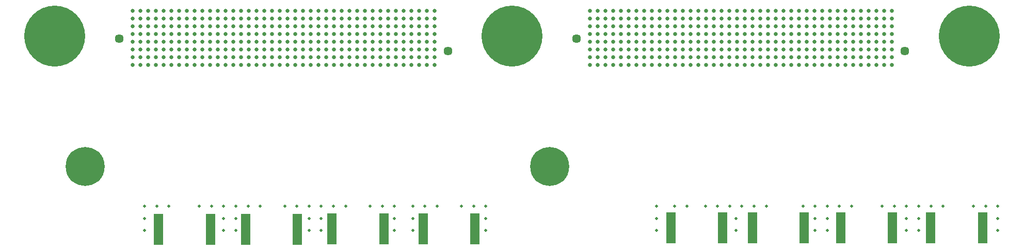
<source format=gbr>
%TF.GenerationSoftware,KiCad,Pcbnew,6.0.7-f9a2dced07~116~ubuntu22.04.1*%
%TF.CreationDate,2022-08-01T15:08:56-07:00*%
%TF.ProjectId,RFSoC_Frontend,5246536f-435f-4467-926f-6e74656e642e,rev?*%
%TF.SameCoordinates,Original*%
%TF.FileFunction,Soldermask,Bot*%
%TF.FilePolarity,Negative*%
%FSLAX46Y46*%
G04 Gerber Fmt 4.6, Leading zero omitted, Abs format (unit mm)*
G04 Created by KiCad (PCBNEW 6.0.7-f9a2dced07~116~ubuntu22.04.1) date 2022-08-01 15:08:56*
%MOMM*%
%LPD*%
G01*
G04 APERTURE LIST*
%ADD10R,1.500000X5.080000*%
%ADD11C,10.000000*%
%ADD12C,6.400000*%
%ADD13C,1.450000*%
%ADD14C,0.640000*%
%ADD15C,0.508000*%
G04 APERTURE END LIST*
D10*
%TO.C,J1*%
X237173684Y-111430052D03*
X228673684Y-111430052D03*
%TD*%
%TO.C,J2*%
X222409184Y-111430052D03*
X213909184Y-111430052D03*
%TD*%
%TO.C,J3*%
X186048784Y-111430052D03*
X194548784Y-111430052D03*
%TD*%
%TO.C,J4*%
X207905784Y-111430052D03*
X199405784Y-111430052D03*
%TD*%
%TO.C,J6*%
X130456984Y-111603552D03*
X138956984Y-111603552D03*
%TD*%
%TO.C,J7*%
X102022484Y-111755952D03*
X110522484Y-111755952D03*
%TD*%
%TO.C,J8*%
X124809184Y-111755952D03*
X116309184Y-111755952D03*
%TD*%
%TO.C,J5*%
X145417584Y-111603552D03*
X153917584Y-111603552D03*
%TD*%
D11*
%TO.C,e1*%
X160000000Y-80000000D03*
%TD*%
D12*
%TO.C,REF\u002A\u002A*%
X90004184Y-101430052D03*
%TD*%
%TO.C,REF\u002A\u002A*%
X166204184Y-101430052D03*
%TD*%
D11*
%TO.C,e*%
X235000000Y-80000000D03*
%TD*%
%TO.C,e2*%
X85000000Y-80000000D03*
%TD*%
D13*
%TO.C,J10*%
X149455026Y-82460052D03*
X95555026Y-80430052D03*
D14*
X147270026Y-84750052D03*
X146000026Y-84750052D03*
X144730026Y-84750052D03*
X143460026Y-84750052D03*
X142190026Y-84750052D03*
X140920026Y-84750052D03*
X139650026Y-84750052D03*
X138380026Y-84750052D03*
X137110026Y-84750052D03*
X135840026Y-84750052D03*
X134570026Y-84750052D03*
X133300026Y-84750052D03*
X132030026Y-84750052D03*
X130760026Y-84750052D03*
X129490026Y-84750052D03*
X128220026Y-84750052D03*
X126950026Y-84750052D03*
X125680026Y-84750052D03*
X124410026Y-84750052D03*
X123140026Y-84750052D03*
X121870026Y-84750052D03*
X120600026Y-84750052D03*
X119330026Y-84750052D03*
X118060026Y-84750052D03*
X116790026Y-84750052D03*
X115520026Y-84750052D03*
X114250026Y-84750052D03*
X112980026Y-84750052D03*
X111710026Y-84750052D03*
X110440026Y-84750052D03*
X109170026Y-84750052D03*
X107900026Y-84750052D03*
X106630026Y-84750052D03*
X105360026Y-84750052D03*
X104090026Y-84750052D03*
X102820026Y-84750052D03*
X101550026Y-84750052D03*
X100280026Y-84750052D03*
X99010026Y-84750052D03*
X97740026Y-84750052D03*
X147270026Y-83480052D03*
X146000026Y-83480052D03*
X144730026Y-83480052D03*
X143460026Y-83480052D03*
X142190026Y-83480052D03*
X140920026Y-83480052D03*
X139650026Y-83480052D03*
X138380026Y-83480052D03*
X137110026Y-83480052D03*
X135840026Y-83480052D03*
X134570026Y-83480052D03*
X133300026Y-83480052D03*
X132030026Y-83480052D03*
X130760026Y-83480052D03*
X129490026Y-83480052D03*
X128220026Y-83480052D03*
X126950026Y-83480052D03*
X125680026Y-83480052D03*
X124410026Y-83480052D03*
X123140026Y-83480052D03*
X121870026Y-83480052D03*
X120600026Y-83480052D03*
X119330026Y-83480052D03*
X118060026Y-83480052D03*
X116790026Y-83480052D03*
X115520026Y-83480052D03*
X114250026Y-83480052D03*
X112980026Y-83480052D03*
X111710026Y-83480052D03*
X110440026Y-83480052D03*
X109170026Y-83480052D03*
X107900026Y-83480052D03*
X106630026Y-83480052D03*
X105360026Y-83480052D03*
X104090026Y-83480052D03*
X102820026Y-83480052D03*
X101550026Y-83480052D03*
X100280026Y-83480052D03*
X99010026Y-83480052D03*
X97740026Y-83480052D03*
X147270026Y-82210052D03*
X146000026Y-82210052D03*
X144730026Y-82210052D03*
X143460026Y-82210052D03*
X142190026Y-82210052D03*
X140920026Y-82210052D03*
X139650026Y-82210052D03*
X138380026Y-82210052D03*
X137110026Y-82210052D03*
X135840026Y-82210052D03*
X134570026Y-82210052D03*
X133300026Y-82210052D03*
X132030026Y-82210052D03*
X130760026Y-82210052D03*
X129490026Y-82210052D03*
X128220026Y-82210052D03*
X126950026Y-82210052D03*
X125680026Y-82210052D03*
X124410026Y-82210052D03*
X123140026Y-82210052D03*
X121870026Y-82210052D03*
X120600026Y-82210052D03*
X119330026Y-82210052D03*
X118060026Y-82210052D03*
X116790026Y-82210052D03*
X115520026Y-82210052D03*
X114250026Y-82210052D03*
X112980026Y-82210052D03*
X111710026Y-82210052D03*
X110440026Y-82210052D03*
X109170026Y-82210052D03*
X107900026Y-82210052D03*
X106630026Y-82210052D03*
X105360026Y-82210052D03*
X104090026Y-82210052D03*
X102820026Y-82210052D03*
X101550026Y-82210052D03*
X100280026Y-82210052D03*
X99010026Y-82210052D03*
X97740026Y-82210052D03*
X147270026Y-80940052D03*
X146000026Y-80940052D03*
X144730026Y-80940052D03*
X143460026Y-80940052D03*
X142190026Y-80940052D03*
X140920026Y-80940052D03*
X139650026Y-80940052D03*
X138380026Y-80940052D03*
X137110026Y-80940052D03*
X135840026Y-80940052D03*
X134570026Y-80940052D03*
X133300026Y-80940052D03*
X132030026Y-80940052D03*
X130760026Y-80940052D03*
X129490026Y-80940052D03*
X128220026Y-80940052D03*
X126950026Y-80940052D03*
X125680026Y-80940052D03*
X124410026Y-80940052D03*
X123140026Y-80940052D03*
X121870026Y-80940052D03*
X120600026Y-80940052D03*
X119330026Y-80940052D03*
X118060026Y-80940052D03*
X116790026Y-80940052D03*
X115520026Y-80940052D03*
X114250026Y-80940052D03*
X112980026Y-80940052D03*
X111710026Y-80940052D03*
X110440026Y-80940052D03*
X109170026Y-80940052D03*
X107900026Y-80940052D03*
X106630026Y-80940052D03*
X105360026Y-80940052D03*
X104090026Y-80940052D03*
X102820026Y-80940052D03*
X101550026Y-80940052D03*
X100280026Y-80940052D03*
X99010026Y-80940052D03*
X97740026Y-80940052D03*
X147270026Y-79670052D03*
X146000026Y-79670052D03*
X144730026Y-79670052D03*
X143460026Y-79670052D03*
X142190026Y-79670052D03*
X140920026Y-79670052D03*
X139650026Y-79670052D03*
X138380026Y-79670052D03*
X137110026Y-79670052D03*
X135840026Y-79670052D03*
X134570026Y-79670052D03*
X133300026Y-79670052D03*
X132030026Y-79670052D03*
X130760026Y-79670052D03*
X129490026Y-79670052D03*
X128220026Y-79670052D03*
X126950026Y-79670052D03*
X125680026Y-79670052D03*
X124410026Y-79670052D03*
X123140026Y-79670052D03*
X121870026Y-79670052D03*
X120600026Y-79670052D03*
X119330026Y-79670052D03*
X118060026Y-79670052D03*
X116790026Y-79670052D03*
X115520026Y-79670052D03*
X114250026Y-79670052D03*
X112980026Y-79670052D03*
X111710026Y-79670052D03*
X110440026Y-79670052D03*
X109170026Y-79670052D03*
X107900026Y-79670052D03*
X106630026Y-79670052D03*
X105360026Y-79670052D03*
X104090026Y-79670052D03*
X102820026Y-79670052D03*
X101550026Y-79670052D03*
X100280026Y-79670052D03*
X99010026Y-79670052D03*
X97740026Y-79670052D03*
X147270026Y-78400052D03*
X146000026Y-78400052D03*
X144730026Y-78400052D03*
X143460026Y-78400052D03*
X142190026Y-78400052D03*
X140920026Y-78400052D03*
X139650026Y-78400052D03*
X138380026Y-78400052D03*
X137110026Y-78400052D03*
X135840026Y-78400052D03*
X134570026Y-78400052D03*
X133300026Y-78400052D03*
X132030026Y-78400052D03*
X130760026Y-78400052D03*
X129490026Y-78400052D03*
X128220026Y-78400052D03*
X126950026Y-78400052D03*
X125680026Y-78400052D03*
X124410026Y-78400052D03*
X123140026Y-78400052D03*
X121870026Y-78400052D03*
X120600026Y-78400052D03*
X119330026Y-78400052D03*
X118060026Y-78400052D03*
X116790026Y-78400052D03*
X115520026Y-78400052D03*
X114250026Y-78400052D03*
X112980026Y-78400052D03*
X111710026Y-78400052D03*
X110440026Y-78400052D03*
X109170026Y-78400052D03*
X107900026Y-78400052D03*
X106630026Y-78400052D03*
X105360026Y-78400052D03*
X104090026Y-78400052D03*
X102820026Y-78400052D03*
X101550026Y-78400052D03*
X100280026Y-78400052D03*
X99010026Y-78400052D03*
X97740026Y-78400052D03*
X147270026Y-77130052D03*
X146000026Y-77130052D03*
X144730026Y-77130052D03*
X143460026Y-77130052D03*
X142190026Y-77130052D03*
X140920026Y-77130052D03*
X139650026Y-77130052D03*
X138380026Y-77130052D03*
X137110026Y-77130052D03*
X135840026Y-77130052D03*
X134570026Y-77130052D03*
X133300026Y-77130052D03*
X132030026Y-77130052D03*
X130760026Y-77130052D03*
X129490026Y-77130052D03*
X128220026Y-77130052D03*
X126950026Y-77130052D03*
X125680026Y-77130052D03*
X124410026Y-77130052D03*
X123140026Y-77130052D03*
X121870026Y-77130052D03*
X120600026Y-77130052D03*
X119330026Y-77130052D03*
X118060026Y-77130052D03*
X116790026Y-77130052D03*
X115520026Y-77130052D03*
X114250026Y-77130052D03*
X112980026Y-77130052D03*
X111710026Y-77130052D03*
X110440026Y-77130052D03*
X109170026Y-77130052D03*
X107900026Y-77130052D03*
X106630026Y-77130052D03*
X105360026Y-77130052D03*
X104090026Y-77130052D03*
X102820026Y-77130052D03*
X101550026Y-77130052D03*
X100280026Y-77130052D03*
X99010026Y-77130052D03*
X97740026Y-77130052D03*
X147270026Y-75860052D03*
X146000026Y-75860052D03*
X144730026Y-75860052D03*
X143460026Y-75860052D03*
X142190026Y-75860052D03*
X140920026Y-75860052D03*
X139650026Y-75860052D03*
X138380026Y-75860052D03*
X137110026Y-75860052D03*
X135840026Y-75860052D03*
X134570026Y-75860052D03*
X133300026Y-75860052D03*
X132030026Y-75860052D03*
X130760026Y-75860052D03*
X129490026Y-75860052D03*
X128220026Y-75860052D03*
X126950026Y-75860052D03*
X125680026Y-75860052D03*
X124410026Y-75860052D03*
X123140026Y-75860052D03*
X121870026Y-75860052D03*
X120600026Y-75860052D03*
X119330026Y-75860052D03*
X118060026Y-75860052D03*
X116790026Y-75860052D03*
X115520026Y-75860052D03*
X114250026Y-75860052D03*
X112980026Y-75860052D03*
X111710026Y-75860052D03*
X110440026Y-75860052D03*
X109170026Y-75860052D03*
X107900026Y-75860052D03*
X106630026Y-75860052D03*
X105360026Y-75860052D03*
X104090026Y-75860052D03*
X102820026Y-75860052D03*
X101550026Y-75860052D03*
X100280026Y-75860052D03*
X99010026Y-75860052D03*
X97740026Y-75860052D03*
%TD*%
D13*
%TO.C,J9*%
X224454678Y-82460052D03*
X170554678Y-80430052D03*
D14*
X222269678Y-84750052D03*
X220999678Y-84750052D03*
X219729678Y-84750052D03*
X218459678Y-84750052D03*
X217189678Y-84750052D03*
X215919678Y-84750052D03*
X214649678Y-84750052D03*
X213379678Y-84750052D03*
X212109678Y-84750052D03*
X210839678Y-84750052D03*
X209569678Y-84750052D03*
X208299678Y-84750052D03*
X207029678Y-84750052D03*
X205759678Y-84750052D03*
X204489678Y-84750052D03*
X203219678Y-84750052D03*
X201949678Y-84750052D03*
X200679678Y-84750052D03*
X199409678Y-84750052D03*
X198139678Y-84750052D03*
X196869678Y-84750052D03*
X195599678Y-84750052D03*
X194329678Y-84750052D03*
X193059678Y-84750052D03*
X191789678Y-84750052D03*
X190519678Y-84750052D03*
X189249678Y-84750052D03*
X187979678Y-84750052D03*
X186709678Y-84750052D03*
X185439678Y-84750052D03*
X184169678Y-84750052D03*
X182899678Y-84750052D03*
X181629678Y-84750052D03*
X180359678Y-84750052D03*
X179089678Y-84750052D03*
X177819678Y-84750052D03*
X176549678Y-84750052D03*
X175279678Y-84750052D03*
X174009678Y-84750052D03*
X172739678Y-84750052D03*
X222269678Y-83480052D03*
X220999678Y-83480052D03*
X219729678Y-83480052D03*
X218459678Y-83480052D03*
X217189678Y-83480052D03*
X215919678Y-83480052D03*
X214649678Y-83480052D03*
X213379678Y-83480052D03*
X212109678Y-83480052D03*
X210839678Y-83480052D03*
X209569678Y-83480052D03*
X208299678Y-83480052D03*
X207029678Y-83480052D03*
X205759678Y-83480052D03*
X204489678Y-83480052D03*
X203219678Y-83480052D03*
X201949678Y-83480052D03*
X200679678Y-83480052D03*
X199409678Y-83480052D03*
X198139678Y-83480052D03*
X196869678Y-83480052D03*
X195599678Y-83480052D03*
X194329678Y-83480052D03*
X193059678Y-83480052D03*
X191789678Y-83480052D03*
X190519678Y-83480052D03*
X189249678Y-83480052D03*
X187979678Y-83480052D03*
X186709678Y-83480052D03*
X185439678Y-83480052D03*
X184169678Y-83480052D03*
X182899678Y-83480052D03*
X181629678Y-83480052D03*
X180359678Y-83480052D03*
X179089678Y-83480052D03*
X177819678Y-83480052D03*
X176549678Y-83480052D03*
X175279678Y-83480052D03*
X174009678Y-83480052D03*
X172739678Y-83480052D03*
X222269678Y-82210052D03*
X220999678Y-82210052D03*
X219729678Y-82210052D03*
X218459678Y-82210052D03*
X217189678Y-82210052D03*
X215919678Y-82210052D03*
X214649678Y-82210052D03*
X213379678Y-82210052D03*
X212109678Y-82210052D03*
X210839678Y-82210052D03*
X209569678Y-82210052D03*
X208299678Y-82210052D03*
X207029678Y-82210052D03*
X205759678Y-82210052D03*
X204489678Y-82210052D03*
X203219678Y-82210052D03*
X201949678Y-82210052D03*
X200679678Y-82210052D03*
X199409678Y-82210052D03*
X198139678Y-82210052D03*
X196869678Y-82210052D03*
X195599678Y-82210052D03*
X194329678Y-82210052D03*
X193059678Y-82210052D03*
X191789678Y-82210052D03*
X190519678Y-82210052D03*
X189249678Y-82210052D03*
X187979678Y-82210052D03*
X186709678Y-82210052D03*
X185439678Y-82210052D03*
X184169678Y-82210052D03*
X182899678Y-82210052D03*
X181629678Y-82210052D03*
X180359678Y-82210052D03*
X179089678Y-82210052D03*
X177819678Y-82210052D03*
X176549678Y-82210052D03*
X175279678Y-82210052D03*
X174009678Y-82210052D03*
X172739678Y-82210052D03*
X222269678Y-80940052D03*
X220999678Y-80940052D03*
X219729678Y-80940052D03*
X218459678Y-80940052D03*
X217189678Y-80940052D03*
X215919678Y-80940052D03*
X214649678Y-80940052D03*
X213379678Y-80940052D03*
X212109678Y-80940052D03*
X210839678Y-80940052D03*
X209569678Y-80940052D03*
X208299678Y-80940052D03*
X207029678Y-80940052D03*
X205759678Y-80940052D03*
X204489678Y-80940052D03*
X203219678Y-80940052D03*
X201949678Y-80940052D03*
X200679678Y-80940052D03*
X199409678Y-80940052D03*
X198139678Y-80940052D03*
X196869678Y-80940052D03*
X195599678Y-80940052D03*
X194329678Y-80940052D03*
X193059678Y-80940052D03*
X191789678Y-80940052D03*
X190519678Y-80940052D03*
X189249678Y-80940052D03*
X187979678Y-80940052D03*
X186709678Y-80940052D03*
X185439678Y-80940052D03*
X184169678Y-80940052D03*
X182899678Y-80940052D03*
X181629678Y-80940052D03*
X180359678Y-80940052D03*
X179089678Y-80940052D03*
X177819678Y-80940052D03*
X176549678Y-80940052D03*
X175279678Y-80940052D03*
X174009678Y-80940052D03*
X172739678Y-80940052D03*
X222269678Y-79670052D03*
X220999678Y-79670052D03*
X219729678Y-79670052D03*
X218459678Y-79670052D03*
X217189678Y-79670052D03*
X215919678Y-79670052D03*
X214649678Y-79670052D03*
X213379678Y-79670052D03*
X212109678Y-79670052D03*
X210839678Y-79670052D03*
X209569678Y-79670052D03*
X208299678Y-79670052D03*
X207029678Y-79670052D03*
X205759678Y-79670052D03*
X204489678Y-79670052D03*
X203219678Y-79670052D03*
X201949678Y-79670052D03*
X200679678Y-79670052D03*
X199409678Y-79670052D03*
X198139678Y-79670052D03*
X196869678Y-79670052D03*
X195599678Y-79670052D03*
X194329678Y-79670052D03*
X193059678Y-79670052D03*
X191789678Y-79670052D03*
X190519678Y-79670052D03*
X189249678Y-79670052D03*
X187979678Y-79670052D03*
X186709678Y-79670052D03*
X185439678Y-79670052D03*
X184169678Y-79670052D03*
X182899678Y-79670052D03*
X181629678Y-79670052D03*
X180359678Y-79670052D03*
X179089678Y-79670052D03*
X177819678Y-79670052D03*
X176549678Y-79670052D03*
X175279678Y-79670052D03*
X174009678Y-79670052D03*
X172739678Y-79670052D03*
X222269678Y-78400052D03*
X220999678Y-78400052D03*
X219729678Y-78400052D03*
X218459678Y-78400052D03*
X217189678Y-78400052D03*
X215919678Y-78400052D03*
X214649678Y-78400052D03*
X213379678Y-78400052D03*
X212109678Y-78400052D03*
X210839678Y-78400052D03*
X209569678Y-78400052D03*
X208299678Y-78400052D03*
X207029678Y-78400052D03*
X205759678Y-78400052D03*
X204489678Y-78400052D03*
X203219678Y-78400052D03*
X201949678Y-78400052D03*
X200679678Y-78400052D03*
X199409678Y-78400052D03*
X198139678Y-78400052D03*
X196869678Y-78400052D03*
X195599678Y-78400052D03*
X194329678Y-78400052D03*
X193059678Y-78400052D03*
X191789678Y-78400052D03*
X190519678Y-78400052D03*
X189249678Y-78400052D03*
X187979678Y-78400052D03*
X186709678Y-78400052D03*
X185439678Y-78400052D03*
X184169678Y-78400052D03*
X182899678Y-78400052D03*
X181629678Y-78400052D03*
X180359678Y-78400052D03*
X179089678Y-78400052D03*
X177819678Y-78400052D03*
X176549678Y-78400052D03*
X175279678Y-78400052D03*
X174009678Y-78400052D03*
X172739678Y-78400052D03*
X222269678Y-77130052D03*
X220999678Y-77130052D03*
X219729678Y-77130052D03*
X218459678Y-77130052D03*
X217189678Y-77130052D03*
X215919678Y-77130052D03*
X214649678Y-77130052D03*
X213379678Y-77130052D03*
X212109678Y-77130052D03*
X210839678Y-77130052D03*
X209569678Y-77130052D03*
X208299678Y-77130052D03*
X207029678Y-77130052D03*
X205759678Y-77130052D03*
X204489678Y-77130052D03*
X203219678Y-77130052D03*
X201949678Y-77130052D03*
X200679678Y-77130052D03*
X199409678Y-77130052D03*
X198139678Y-77130052D03*
X196869678Y-77130052D03*
X195599678Y-77130052D03*
X194329678Y-77130052D03*
X193059678Y-77130052D03*
X191789678Y-77130052D03*
X190519678Y-77130052D03*
X189249678Y-77130052D03*
X187979678Y-77130052D03*
X186709678Y-77130052D03*
X185439678Y-77130052D03*
X184169678Y-77130052D03*
X182899678Y-77130052D03*
X181629678Y-77130052D03*
X180359678Y-77130052D03*
X179089678Y-77130052D03*
X177819678Y-77130052D03*
X176549678Y-77130052D03*
X175279678Y-77130052D03*
X174009678Y-77130052D03*
X172739678Y-77130052D03*
X222269678Y-75860052D03*
X220999678Y-75860052D03*
X219729678Y-75860052D03*
X218459678Y-75860052D03*
X217189678Y-75860052D03*
X215919678Y-75860052D03*
X214649678Y-75860052D03*
X213379678Y-75860052D03*
X212109678Y-75860052D03*
X210839678Y-75860052D03*
X209569678Y-75860052D03*
X208299678Y-75860052D03*
X207029678Y-75860052D03*
X205759678Y-75860052D03*
X204489678Y-75860052D03*
X203219678Y-75860052D03*
X201949678Y-75860052D03*
X200679678Y-75860052D03*
X199409678Y-75860052D03*
X198139678Y-75860052D03*
X196869678Y-75860052D03*
X195599678Y-75860052D03*
X194329678Y-75860052D03*
X193059678Y-75860052D03*
X191789678Y-75860052D03*
X190519678Y-75860052D03*
X189249678Y-75860052D03*
X187979678Y-75860052D03*
X186709678Y-75860052D03*
X185439678Y-75860052D03*
X184169678Y-75860052D03*
X182899678Y-75860052D03*
X181629678Y-75860052D03*
X180359678Y-75860052D03*
X179089678Y-75860052D03*
X177819678Y-75860052D03*
X176549678Y-75860052D03*
X175279678Y-75860052D03*
X174009678Y-75860052D03*
X172739678Y-75860052D03*
%TD*%
D15*
X196699984Y-111904052D03*
X153699984Y-107904052D03*
X114699984Y-109904052D03*
X128699984Y-109904052D03*
X108699984Y-107904052D03*
X224699984Y-107904052D03*
X136699984Y-107904052D03*
X183699984Y-107904052D03*
X99699984Y-107904052D03*
X235699984Y-107904052D03*
X193699984Y-107904052D03*
X140699984Y-111904052D03*
X196699984Y-109904052D03*
X143699984Y-111904052D03*
X151699984Y-107904052D03*
X147699984Y-107904052D03*
X215699984Y-107904052D03*
X128699984Y-107904052D03*
X124699984Y-107904052D03*
X114699984Y-107904052D03*
X130699984Y-107904052D03*
X188699984Y-107904052D03*
X209699984Y-107904052D03*
X155699984Y-111904052D03*
X99699984Y-111904052D03*
X195699984Y-107904052D03*
X183699984Y-111904052D03*
X197699984Y-107904052D03*
X191699984Y-107904052D03*
X140699984Y-107904052D03*
X239699984Y-109904052D03*
X186699984Y-107904052D03*
X143699984Y-107904052D03*
X226699984Y-111904052D03*
X155699984Y-109904052D03*
X239699984Y-111904052D03*
X112699984Y-109904052D03*
X211699984Y-109904052D03*
X116699984Y-107904052D03*
X101699984Y-107904052D03*
X209699984Y-109904052D03*
X211699984Y-107904052D03*
X128699984Y-111904052D03*
X201699984Y-107904052D03*
X145699984Y-107904052D03*
X114699984Y-111904052D03*
X220699984Y-107904052D03*
X143699984Y-109904052D03*
X138699984Y-107904052D03*
X213699984Y-107904052D03*
X140699984Y-109904052D03*
X237699984Y-107904052D03*
X126699984Y-109904052D03*
X224699984Y-109904052D03*
X224699984Y-111904052D03*
X118699984Y-107904052D03*
X112699984Y-107904052D03*
X155699984Y-107904052D03*
X122699984Y-107904052D03*
X230699984Y-107904052D03*
X226699984Y-109904052D03*
X222699984Y-107904052D03*
X99699984Y-109904052D03*
X110699984Y-107904052D03*
X132699984Y-107904052D03*
X112699984Y-111904052D03*
X126699984Y-107904052D03*
X239699984Y-107904052D03*
X207699984Y-107904052D03*
X183699984Y-109904052D03*
X211699984Y-111904052D03*
X209699984Y-111904052D03*
X103699984Y-107904052D03*
X228699984Y-107904052D03*
X226699984Y-107904052D03*
X199699984Y-107904052D03*
X126699984Y-111904052D03*
X212126936Y-78404052D03*
X212099984Y-77104052D03*
X210799984Y-83404052D03*
X210799984Y-82204052D03*
X208295784Y-77104052D03*
X208299984Y-78404052D03*
X207021536Y-82204052D03*
X206999984Y-83504052D03*
X128224600Y-82235200D03*
X128224600Y-83479800D03*
X123144600Y-78399800D03*
X123144600Y-77129800D03*
X124399984Y-83404052D03*
X124414600Y-82209800D03*
X126954600Y-77129800D03*
X126954600Y-78399800D03*
M02*

</source>
